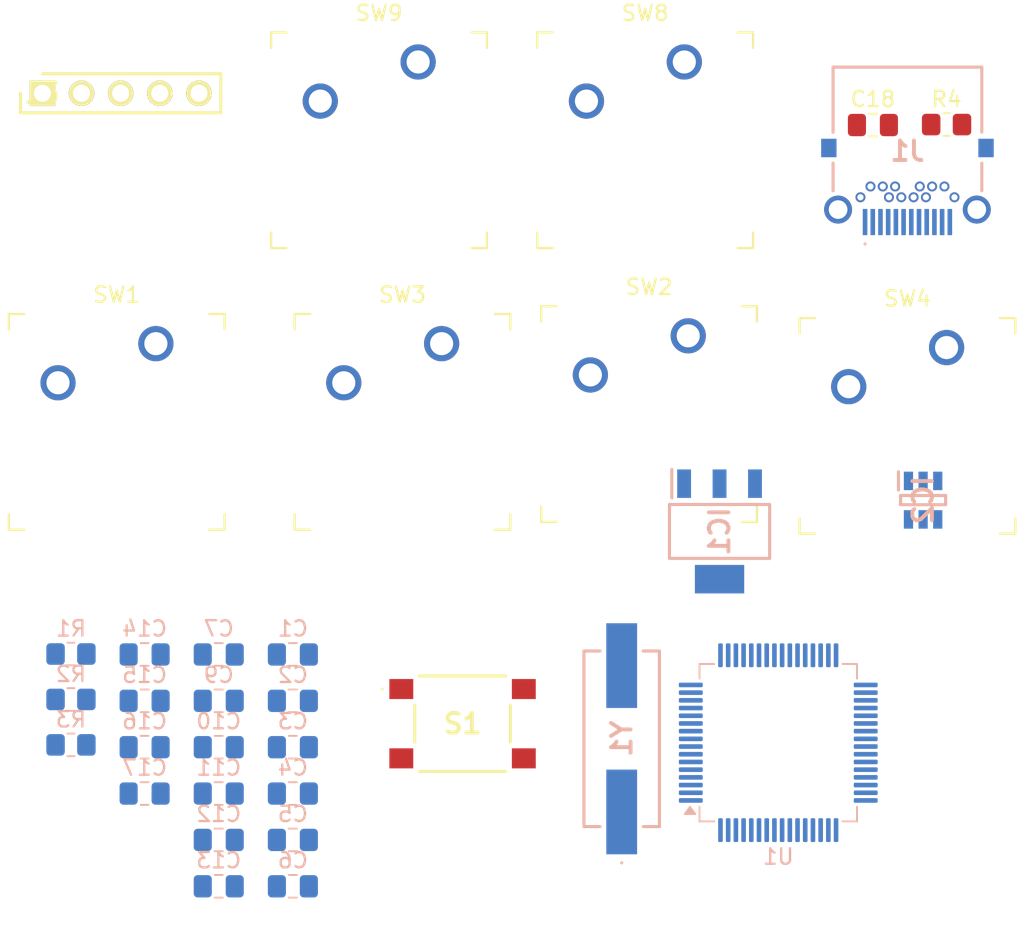
<source format=kicad_pcb>
(kicad_pcb (version 20240108) (generator "pcbnew") (generator_version "8.0")
  (layers (0 "F.Cu" signal) (31 "B.Cu" signal) (34 "B.Paste" user) (35 "F.Paste" user) (36 "B.SilkS" user "B.Silkscreen") (37 "F.SilkS" user "F.Silkscreen") (38 "B.Mask" user) (39 "F.Mask" user) (44 "Edge.Cuts" user))
  (net 0 "")
  (net 1 "GND")
  (net 2 "VBAT")
  (net 3 "VCAP1")
  (net 4 "VCAP2")
  (net 5 "+5V")
  (net 6 "nRST")
  (net 7 "PH0{slash}OSC IN")
  (net 8 "Net-(C17-Pad1)")
  (net 9 "Net-(C18-Pad1)")
  (net 10 "Net-(U1-BOOT0)")
  (net 11 "PH1{slash}OSC OUT")
  (net 12 "USB+")
  (net 13 "PA13{slash}SWDIO")
  (net 14 "USB-")
  (net 15 "PA14{slash}SWCLK")
  (net 61 "D+")
  (net 62 "D-")
  (net 64 "PA1{slash}Esc")
  (net 65 "PA1{slash}Enter")
  (net 66 "PA1{slash}Space")
  (net 67 "PA1{slash}Caps Lock")
  (net 68 "PA1{slash}Dot")
  (net 69 "PA1{slash}Dash")
  (footprint "CustomFootprints:SW_MX" (layer "F.Cu") (at 118.872 82.296)
    (property "Reference" "SW4" (at 0 -8.255 0) (layer "F.SilkS"))
    (property "Value" "SW_Push")
    (fp_line (start -7 -6) (end -7 -7) (stroke (width 0.15)) (layer "F.SilkS"))
    (fp_line (start -7 7) (end -7 6) (stroke (width 0.15)) (layer "F.SilkS"))
    (fp_line (start -7 7) (end -6 7) (stroke (width 0.15)) (layer "F.SilkS"))
    (fp_line (start -6 -7) (end -7 -7) (stroke (width 0.15)) (layer "F.SilkS"))
    (fp_line (start 6 7) (end 7 7) (stroke (width 0.15)) (layer "F.SilkS"))
    (fp_line (start 7 -7) (end 6 -7) (stroke (width 0.15)) (layer "F.SilkS"))
    (fp_line (start 7 -7) (end 7 -6) (stroke (width 0.15)) (layer "F.SilkS"))
    (fp_line (start 7 6) (end 7 7) (stroke (width 0.15)) (layer "F.SilkS"))
    (pad "" np_thru_hole circle (at -5.08 0) (size 1.7018 1.7018) (drill 1.7018) (layers "*.Cu" "*.Mask"))
    (pad "" np_thru_hole circle (at 0 0) (size 3.9878 3.9878) (drill 3.9878) (layers "*.Cu" "*.Mask"))
    (pad "" np_thru_hole circle (at 5.08 0) (size 1.7018 1.7018) (drill 1.7018) (layers "*.Cu" "*.Mask"))
    (pad "1" thru_hole circle (at 2.54 -5.08) (size 2.286 2.286) (drill 1.4986) (layers "*.Cu" "*.Mask") (net 2 "VBAT"))
    (pad "2" thru_hole circle (at -3.81 -2.54) (size 2.286 2.286) (drill 1.4986) (layers "*.Cu" "*.Mask") (net 67 "PA1{slash}Caps Lock"))
  )
  (footprint "CustomFootprints:SW_MX" (layer "F.Cu") (at 101.854 63.754)
    (property "Reference" "SW8" (at 0 -8.255 0) (layer "F.SilkS"))
    (property "Value" "SW_Push")
    (fp_line (start -7 -6) (end -7 -7) (stroke (width 0.15)) (layer "F.SilkS"))
    (fp_line (start -7 7) (end -7 6) (stroke (width 0.15)) (layer "F.SilkS"))
    (fp_line (start -7 7) (end -6 7) (stroke (width 0.15)) (layer "F.SilkS"))
    (fp_line (start -6 -7) (end -7 -7) (stroke (width 0.15)) (layer "F.SilkS"))
    (fp_line (start 6 7) (end 7 7) (stroke (width 0.15)) (layer "F.SilkS"))
    (fp_line (start 7 -7) (end 6 -7) (stroke (width 0.15)) (layer "F.SilkS"))
    (fp_line (start 7 -7) (end 7 -6) (stroke (width 0.15)) (layer "F.SilkS"))
    (fp_line (start 7 6) (end 7 7) (stroke (width 0.15)) (layer "F.SilkS"))
    (pad "" np_thru_hole circle (at -5.08 0) (size 1.7018 1.7018) (drill 1.7018) (layers "*.Cu" "*.Mask"))
    (pad "" np_thru_hole circle (at 0 0) (size 3.9878 3.9878) (drill 3.9878) (layers "*.Cu" "*.Mask"))
    (pad "" np_thru_hole circle (at 5.08 0) (size 1.7018 1.7018) (drill 1.7018) (layers "*.Cu" "*.Mask"))
    (pad "1" thru_hole circle (at 2.54 -5.08) (size 2.286 2.286) (drill 1.4986) (layers "*.Cu" "*.Mask") (net 2 "VBAT"))
    (pad "2" thru_hole circle (at -3.81 -2.54) (size 2.286 2.286) (drill 1.4986) (layers "*.Cu" "*.Mask") (net 68 "PA1{slash}Dot"))
  )
  (footprint "Resistor_SMD:R_0805_2012Metric_Pad1.20x1.40mm_HandSolder" (layer "F.Cu") (at 121.412 62.738)
    (property "Reference" "R4" (at 0 -1.65 0) (layer "F.SilkS"))
    (property "Value" "1M")
    (fp_line (start -0.227064 -0.735) (end 0.227064 -0.735) (stroke (width 0.12)) (layer "F.SilkS"))
    (fp_line (start -0.227064 0.735) (end 0.227064 0.735) (stroke (width 0.12)) (layer "F.SilkS"))
    (pad "1" smd roundrect (at -1 0) (size 1.2 1.4) (layers "F.Cu" "F.Paste" "F.Mask") (roundrect_rratio 0.208333) (net 9 "Net-(C18-Pad1)"))
    (pad "2" smd roundrect (at 1 0) (size 1.2 1.4) (layers "F.Cu" "F.Paste" "F.Mask") (roundrect_rratio 0.208333) (net 1 "GND"))
  )
  (footprint "CustomFootprints:HDRV5W64P0X254_1X5_1270X254X854P" (layer "F.Cu") (at 62.738 60.706)
    (property "Reference" "J3" (at 0 0 0) (layer "F.SilkS") (effects (font (size 1.27 1.27) (thickness 0.254))))
    (property "Value" "61300511121" (hide yes))
    (fp_line (start -1.42 0) (end -1.42 1.27) (stroke (width 0.2)) (layer "F.SilkS"))
    (fp_line (start -1.42 1.27) (end 11.58 1.27) (stroke (width 0.2)) (layer "F.SilkS"))
    (fp_line (start 11.58 -1.27) (end 0 -1.27) (stroke (width 0.2)) (layer "F.SilkS"))
    (fp_line (start 11.58 1.27) (end 11.58 -1.27) (stroke (width 0.2)) (layer "F.SilkS"))
    (pad "1" thru_hole rect (at 0 0 90) (size 1.65 1.65) (drill 1.1) (layers "*.Cu" "*.Mask" "F.SilkS") (net 1 "GND"))
    (pad "2" thru_hole circle (at 2.54 0 90) (size 1.65 1.65) (drill 1.1) (layers "*.Cu" "*.Mask" "F.SilkS") (net 15 "PA14{slash}SWCLK"))
    (pad "3" thru_hole circle (at 5.08 0 90) (size 1.65 1.65) (drill 1.1) (layers "*.Cu" "*.Mask" "F.SilkS") (net 1 "GND"))
    (pad "4" thru_hole circle (at 7.62 0 90) (size 1.65 1.65) (drill 1.1) (layers "*.Cu" "*.Mask" "F.SilkS") (net 13 "PA13{slash}SWDIO"))
    (pad "5" thru_hole circle (at 10.16 0 90) (size 1.65 1.65) (drill 1.1) (layers "*.Cu" "*.Mask" "F.SilkS") (net 1 "GND"))
  )
  (footprint "CustomFootprints:222AMVBAR" (layer "F.Cu") (at 90.005 101.636)
    (property "Reference" "S1" (at 0 0 0) (layer "F.SilkS") (effects (font (size 1.27 1.27) (thickness 0.254))))
    (property "Value" "222AMVBAR" (hide yes))
    (fp_line (start -5.2 -2.3) (end -5.2 -2.3) (stroke (width 0.1)) (layer "F.SilkS"))
    (fp_line (start -5.2 -2.2) (end -5.2 -2.2) (stroke (width 0.1)) (layer "F.SilkS"))
    (fp_line (start -3.1 1.2) (end -3.1 -1.2) (stroke (width 0.2)) (layer "F.SilkS"))
    (fp_line (start -2.8 -3.1) (end 2.8 -3.1) (stroke (width 0.2)) (layer "F.SilkS"))
    (fp_line (start -2.8 3.1) (end 2.8 3.1) (stroke (width 0.2)) (layer "F.SilkS"))
    (fp_line (start 3.1 1.2) (end 3.1 -1.2) (stroke (width 0.2)) (layer "F.SilkS"))
    (fp_arc (start -5.2 -2.3) (mid -5.15 -2.25) (end -5.2 -2.2) (stroke (width 0.1)) (layer "F.SilkS"))
    (fp_arc (start -5.2 -2.2) (mid -5.25 -2.25) (end -5.2 -2.3) (stroke (width 0.1)) (layer "F.SilkS"))
    (pad "1" smd rect (at -3.975 -2.25 90) (size 1.3 1.55) (layers "F.Cu" "F.Paste" "F.Mask") (net 6 "nRST"))
    (pad "2" smd rect (at -3.975 2.25 90) (size 1.3 1.55) (layers "F.Cu" "F.Paste" "F.Mask") (net 1 "GND"))
    (pad "3" smd rect (at 3.975 -2.25 90) (size 1.3 1.55) (layers "F.Cu" "F.Paste" "F.Mask"))
    (pad "4" smd rect (at 3.975 2.25 90) (size 1.3 1.55) (layers "F.Cu" "F.Paste" "F.Mask") (net 1 "GND"))
  )
  (footprint "CustomFootprints:SW_MX" (layer "F.Cu") (at 67.564 82.042)
    (property "Reference" "SW1" (at 0 -8.255 0) (layer "F.SilkS"))
    (property "Value" "SW_Push")
    (fp_line (start -7 -6) (end -7 -7) (stroke (width 0.15)) (layer "F.SilkS"))
    (fp_line (start -7 7) (end -7 6) (stroke (width 0.15)) (layer "F.SilkS"))
    (fp_line (start -7 7) (end -6 7) (stroke (width 0.15)) (layer "F.SilkS"))
    (fp_line (start -6 -7) (end -7 -7) (stroke (width 0.15)) (layer "F.SilkS"))
    (fp_line (start 6 7) (end 7 7) (stroke (width 0.15)) (layer "F.SilkS"))
    (fp_line (start 7 -7) (end 6 -7) (stroke (width 0.15)) (layer "F.SilkS"))
    (fp_line (start 7 -7) (end 7 -6) (stroke (width 0.15)) (layer "F.SilkS"))
    (fp_line (start 7 6) (end 7 7) (stroke (width 0.15)) (layer "F.SilkS"))
    (pad "" np_thru_hole circle (at -5.08 0) (size 1.7018 1.7018) (drill 1.7018) (layers "*.Cu" "*.Mask"))
    (pad "" np_thru_hole circle (at 0 0) (size 3.9878 3.9878) (drill 3.9878) (layers "*.Cu" "*.Mask"))
    (pad "" np_thru_hole circle (at 5.08 0) (size 1.7018 1.7018) (drill 1.7018) (layers "*.Cu" "*.Mask"))
    (pad "1" thru_hole circle (at 2.54 -5.08) (size 2.286 2.286) (drill 1.4986) (layers "*.Cu" "*.Mask") (net 2 "VBAT"))
    (pad "2" thru_hole circle (at -3.81 -2.54) (size 2.286 2.286) (drill 1.4986) (layers "*.Cu" "*.Mask") (net 64 "PA1{slash}Esc"))
  )
  (footprint "CustomFootprints:SW_MX" (layer "F.Cu") (at 84.582 63.754)
    (property "Reference" "SW9" (at 0 -8.255 0) (layer "F.SilkS"))
    (property "Value" "SW_Push")
    (fp_line (start -7 -6) (end -7 -7) (stroke (width 0.15)) (layer "F.SilkS"))
    (fp_line (start -7 7) (end -7 6) (stroke (width 0.15)) (layer "F.SilkS"))
    (fp_line (start -7 7) (end -6 7) (stroke (width 0.15)) (layer "F.SilkS"))
    (fp_line (start -6 -7) (end -7 -7) (stroke (width 0.15)) (layer "F.SilkS"))
    (fp_line (start 6 7) (end 7 7) (stroke (width 0.15)) (layer "F.SilkS"))
    (fp_line (start 7 -7) (end 6 -7) (stroke (width 0.15)) (layer "F.SilkS"))
    (fp_line (start 7 -7) (end 7 -6) (stroke (width 0.15)) (layer "F.SilkS"))
    (fp_line (start 7 6) (end 7 7) (stroke (width 0.15)) (layer "F.SilkS"))
    (pad "" np_thru_hole circle (at -5.08 0) (size 1.7018 1.7018) (drill 1.7018) (layers "*.Cu" "*.Mask"))
    (pad "" np_thru_hole circle (at 0 0) (size 3.9878 3.9878) (drill 3.9878) (layers "*.Cu" "*.Mask"))
    (pad "" np_thru_hole circle (at 5.08 0) (size 1.7018 1.7018) (drill 1.7018) (layers "*.Cu" "*.Mask"))
    (pad "1" thru_hole circle (at 2.54 -5.08) (size 2.286 2.286) (drill 1.4986) (layers "*.Cu" "*.Mask") (net 2 "VBAT"))
    (pad "2" thru_hole circle (at -3.81 -2.54) (size 2.286 2.286) (drill 1.4986) (layers "*.Cu" "*.Mask") (net 69 "PA1{slash}Dash"))
  )
  (footprint "CustomFootprints:SW_MX" (layer "F.Cu") (at 102.108 81.534)
    (property "Reference" "SW2" (at 0 -8.255 0) (layer "F.SilkS"))
    (property "Value" "SW_Push")
    (fp_line (start -7 -6) (end -7 -7) (stroke (width 0.15)) (layer "F.SilkS"))
    (fp_line (start -7 7) (end -7 6) (stroke (width 0.15)) (layer "F.SilkS"))
    (fp_line (start -7 7) (end -6 7) (stroke (width 0.15)) (layer "F.SilkS"))
    (fp_line (start -6 -7) (end -7 -7) (stroke (width 0.15)) (layer "F.SilkS"))
    (fp_line (start 6 7) (end 7 7) (stroke (width 0.15)) (layer "F.SilkS"))
    (fp_line (start 7 -7) (end 6 -7) (stroke (width 0.15)) (layer "F.SilkS"))
    (fp_line (start 7 -7) (end 7 -6) (stroke (width 0.15)) (layer "F.SilkS"))
    (fp_line (start 7 6) (end 7 7) (stroke (width 0.15)) (layer "F.SilkS"))
    (pad "" np_thru_hole circle (at -5.08 0) (size 1.7018 1.7018) (drill 1.7018) (layers "*.Cu" "*.Mask"))
    (pad "" np_thru_hole circle (at 0 0) (size 3.9878 3.9878) (drill 3.9878) (layers "*.Cu" "*.Mask"))
    (pad "" np_thru_hole circle (at 5.08 0) (size 1.7018 1.7018) (drill 1.7018) (layers "*.Cu" "*.Mask"))
    (pad "1" thru_hole circle (at 2.54 -5.08) (size 2.286 2.286) (drill 1.4986) (layers "*.Cu" "*.Mask") (net 2 "VBAT"))
    (pad "2" thru_hole circle (at -3.81 -2.54) (size 2.286 2.286) (drill 1.4986) (layers "*.Cu" "*.Mask") (net 65 "PA1{slash}Enter"))
  )
  (footprint "Capacitor_SMD:C_0805_2012Metric_Pad1.18x1.45mm_HandSolder" (layer "F.Cu") (at 116.632 62.768)
    (property "Reference" "C18" (at 0 -1.68 0) (layer "F.SilkS"))
    (property "Value" "2.2n")
    (fp_line (start -0.261252 -0.735) (end 0.261252 -0.735) (stroke (width 0.12)) (layer "F.SilkS"))
    (fp_line (start -0.261252 0.735) (end 0.261252 0.735) (stroke (width 0.12)) (layer "F.SilkS"))
    (pad "1" smd roundrect (at -1.0375 0) (size 1.175 1.45) (layers "F.Cu" "F.Paste" "F.Mask") (roundrect_rratio 0.212766) (net 9 "Net-(C18-Pad1)"))
    (pad "2" smd roundrect (at 1.0375 0) (size 1.175 1.45) (layers "F.Cu" "F.Paste" "F.Mask") (roundrect_rratio 0.212766) (net 1 "GND"))
  )
  (footprint "CustomFootprints:SW_MX" (layer "F.Cu") (at 86.106 82.042)
    (property "Reference" "SW3" (at 0 -8.255 0) (layer "F.SilkS"))
    (property "Value" "SW_Push")
    (fp_line (start -7 -6) (end -7 -7) (stroke (width 0.15)) (layer "F.SilkS"))
    (fp_line (start -7 7) (end -7 6) (stroke (width 0.15)) (layer "F.SilkS"))
    (fp_line (start -7 7) (end -6 7) (stroke (width 0.15)) (layer "F.SilkS"))
    (fp_line (start -6 -7) (end -7 -7) (stroke (width 0.15)) (layer "F.SilkS"))
    (fp_line (start 6 7) (end 7 7) (stroke (width 0.15)) (layer "F.SilkS"))
    (fp_line (start 7 -7) (end 6 -7) (stroke (width 0.15)) (layer "F.SilkS"))
    (fp_line (start 7 -7) (end 7 -6) (stroke (width 0.15)) (layer "F.SilkS"))
    (fp_line (start 7 6) (end 7 7) (stroke (width 0.15)) (layer "F.SilkS"))
    (pad "" np_thru_hole circle (at -5.08 0) (size 1.7018 1.7018) (drill 1.7018) (layers "*.Cu" "*.Mask"))
    (pad "" np_thru_hole circle (at 0 0) (size 3.9878 3.9878) (drill 3.9878) (layers "*.Cu" "*.Mask"))
    (pad "" np_thru_hole circle (at 5.08 0) (size 1.7018 1.7018) (drill 1.7018) (layers "*.Cu" "*.Mask"))
    (pad "1" thru_hole circle (at 2.54 -5.08) (size 2.286 2.286) (drill 1.4986) (layers "*.Cu" "*.Mask") (net 2 "VBAT"))
    (pad "2" thru_hole circle (at -3.81 -2.54) (size 2.286 2.286) (drill 1.4986) (layers "*.Cu" "*.Mask") (net 66 "PA1{slash}Space"))
  )
  (footprint "Capacitor_SMD:C_0805_2012Metric_Pad1.18x1.45mm_HandSolder" (layer "B.Cu") (at 78.994 106.172 180)
    (property "Reference" "C4" (at 0 1.68 0) (layer "B.SilkS") (effects (justify mirror)))
    (property "Value" "100n")
    (fp_line (start 0.261252 0.735) (end -0.261252 0.735) (stroke (width 0.12)) (layer "B.SilkS"))
    (fp_line (start 0.261252 -0.735) (end -0.261252 -0.735) (stroke (width 0.12)) (layer "B.SilkS"))
    (pad "1" smd roundrect (at -1.0375 0 180) (size 1.175 1.45) (layers "B.Cu" "B.Paste" "B.Mask") (roundrect_rratio 0.212766) (net 2 "VBAT"))
    (pad "2" smd roundrect (at 1.0375 0 180) (size 1.175 1.45) (layers "B.Cu" "B.Paste" "B.Mask") (roundrect_rratio 0.212766) (net 1 "GND"))
  )
  (footprint "Capacitor_SMD:C_0805_2012Metric_Pad1.18x1.45mm_HandSolder" (layer "B.Cu") (at 78.994 97.142 180)
    (property "Reference" "C1" (at 0 1.68 0) (layer "B.SilkS") (effects (justify mirror)))
    (property "Value" "4.7u")
    (fp_line (start 0.261252 0.735) (end -0.261252 0.735) (stroke (width 0.12)) (layer "B.SilkS"))
    (fp_line (start 0.261252 -0.735) (end -0.261252 -0.735) (stroke (width 0.12)) (layer "B.SilkS"))
    (pad "1" smd roundrect (at -1.0375 0 180) (size 1.175 1.45) (layers "B.Cu" "B.Paste" "B.Mask") (roundrect_rratio 0.212766) (net 2 "VBAT"))
    (pad "2" smd roundrect (at 1.0375 0 180) (size 1.175 1.45) (layers "B.Cu" "B.Paste" "B.Mask") (roundrect_rratio 0.212766) (net 1 "GND"))
  )
  (footprint "CustomFootprints:SOT95P280X145-6N" (layer "B.Cu") (at 119.888 87.122 -90)
    (property "Reference" "IC2" (at 0 0 90) (layer "B.SilkS") (effects (font (size 1.27 1.27) (thickness 0.254)) (justify mirror)))
    (property "Value" "USBLC6-2SC6" (hide yes))
    (fp_line (start -0.65 1.6) (end -1.85 1.6) (stroke (width 0.2)) (layer "B.SilkS"))
    (fp_line (start -0.3 1.462) (end -0.3 -1.462) (stroke (width 0.2)) (layer "B.SilkS"))
    (fp_line (start 0.3 1.462) (end -0.3 1.462) (stroke (width 0.2)) (layer "B.SilkS"))
    (fp_line (start -0.3 -1.462) (end 0.3 -1.462) (stroke (width 0.2)) (layer "B.SilkS"))
    (fp_line (start 0.3 -1.462) (end 0.3 1.462) (stroke (width 0.2)) (layer "B.SilkS"))
    (pad "1" smd rect (at -1.25 0.95 180) (size 0.6 1.2) (layers "B.Cu" "B.Paste" "B.Mask") (net 62 "D-"))
    (pad "2" smd rect (at -1.249999 0 180) (size 0.6 1.2) (layers "B.Cu" "B.Paste" "B.Mask") (net 1 "GND"))
    (pad "3" smd rect (at -1.25 -0.95 180) (size 0.6 1.2) (layers "B.Cu" "B.Paste" "B.Mask") (net 61 "D+"))
    (pad "4" smd rect (at 1.25 -0.95 180) (size 0.6 1.2) (layers "B.Cu" "B.Paste" "B.Mask") (net 12 "USB+"))
    (pad "5" smd rect (at 1.249999 0 180) (size 0.6 1.2) (layers "B.Cu" "B.Paste" "B.Mask") (net 5 "+5V"))
    (pad "6" smd rect (at 1.25 0.95 180) (size 0.6 1.2) (layers "B.Cu" "B.Paste" "B.Mask") (net 14 "USB-"))
  )
  (footprint "Capacitor_SMD:C_0805_2012Metric_Pad1.18x1.45mm_HandSolder" (layer "B.Cu") (at 69.374 100.152 180)
    (property "Reference" "C15" (at 0 1.68 0) (layer "B.SilkS") (effects (justify mirror)))
    (property "Value" "0.1u")
    (fp_line (start 0.261252 0.735) (end -0.261252 0.735) (stroke (width 0.12)) (layer "B.SilkS"))
    (fp_line (start 0.261252 -0.735) (end -0.261252 -0.735) (stroke (width 0.12)) (layer "B.SilkS"))
    (pad "1" smd roundrect (at -1.0375 0 180) (size 1.175 1.45) (layers "B.Cu" "B.Paste" "B.Mask") (roundrect_rratio 0.212766) (net 6 "nRST"))
    (pad "2" smd roundrect (at 1.0375 0 180) (size 1.175 1.45) (layers "B.Cu" "B.Paste" "B.Mask") (roundrect_rratio 0.212766) (net 1 "GND"))
  )
  (footprint "Capacitor_SMD:C_0805_2012Metric_Pad1.18x1.45mm_HandSolder" (layer "B.Cu") (at 78.994 112.192 180)
    (property "Reference" "C6" (at 0 1.68 0) (layer "B.SilkS") (effects (justify mirror)))
    (property "Value" "100n")
    (fp_line (start 0.261252 0.735) (end -0.261252 0.735) (stroke (width 0.12)) (layer "B.SilkS"))
    (fp_line (start 0.261252 -0.735) (end -0.261252 -0.735) (stroke (width 0.12)) (layer "B.SilkS"))
    (pad "1" smd roundrect (at -1.0375 0 180) (size 1.175 1.45) (layers "B.Cu" "B.Paste" "B.Mask") (roundrect_rratio 0.212766) (net 2 "VBAT"))
    (pad "2" smd roundrect (at 1.0375 0 180) (size 1.175 1.45) (layers "B.Cu" "B.Paste" "B.Mask") (roundrect_rratio 0.212766) (net 1 "GND"))
  )
  (footprint "Capacitor_SMD:C_0805_2012Metric_Pad1.18x1.45mm_HandSolder" (layer "B.Cu") (at 74.184 100.152 180)
    (property "Reference" "C9" (at 0 1.68 0) (layer "B.SilkS") (effects (justify mirror)))
    (property "Value" "1u")
    (fp_line (start 0.261252 0.735) (end -0.261252 0.735) (stroke (width 0.12)) (layer "B.SilkS"))
    (fp_line (start 0.261252 -0.735) (end -0.261252 -0.735) (stroke (width 0.12)) (layer "B.SilkS"))
    (pad "1" smd roundrect (at -1.0375 0 180) (size 1.175 1.45) (layers "B.Cu" "B.Paste" "B.Mask") (roundrect_rratio 0.212766) (net 2 "VBAT"))
    (pad "2" smd roundrect (at 1.0375 0 180) (size 1.175 1.45) (layers "B.Cu" "B.Paste" "B.Mask") (roundrect_rratio 0.212766) (net 1 "GND"))
  )
  (footprint "Resistor_SMD:R_0805_2012Metric_Pad1.20x1.40mm_HandSolder" (layer "B.Cu") (at 64.594 103.012 180)
    (property "Reference" "R3" (at 0 1.65 0) (layer "B.SilkS") (effects (justify mirror)))
    (property "Value" "330")
    (fp_line (start 0.227064 0.735) (end -0.227064 0.735) (stroke (width 0.12)) (layer "B.SilkS"))
    (fp_line (start 0.227064 -0.735) (end -0.227064 -0.735) (stroke (width 0.12)) (layer "B.SilkS"))
    (pad "1" smd roundrect (at -1 0 180) (size 1.2 1.4) (layers "B.Cu" "B.Paste" "B.Mask") (roundrect_rratio 0.208333) (net 8 "Net-(C17-Pad1)"))
    (pad "2" smd roundrect (at 1 0 180) (size 1.2 1.4) (layers "B.Cu" "B.Paste" "B.Mask") (roundrect_rratio 0.208333) (net 11 "PH1{slash}OSC OUT"))
  )
  (footprint "Capacitor_SMD:C_0805_2012Metric_Pad1.18x1.45mm_HandSolder" (layer "B.Cu") (at 74.184 112.192 180)
    (property "Reference" "C13" (at 0 1.68 0) (layer "B.SilkS") (effects (justify mirror)))
    (property "Value" "22u")
    (fp_line (start 0.261252 0.735) (end -0.261252 0.735) (stroke (width 0.12)) (layer "B.SilkS"))
    (fp_line (start 0.261252 -0.735) (end -0.261252 -0.735) (stroke (width 0.12)) (layer "B.SilkS"))
    (pad "1" smd roundrect (at -1.0375 0 180) (size 1.175 1.45) (layers "B.Cu" "B.Paste" "B.Mask") (roundrect_rratio 0.212766) (net 2 "VBAT"))
    (pad "2" smd roundrect (at 1.0375 0 180) (size 1.175 1.45) (layers "B.Cu" "B.Paste" "B.Mask") (roundrect_rratio 0.212766) (net 1 "GND"))
  )
  (footprint "Capacitor_SMD:C_0805_2012Metric_Pad1.18x1.45mm_HandSolder" (layer "B.Cu") (at 74.184 109.182 180)
    (property "Reference" "C12" (at 0 1.68 0) (layer "B.SilkS") (effects (justify mirror)))
    (property "Value" "100n")
    (fp_line (start 0.261252 0.735) (end -0.261252 0.735) (stroke (width 0.12)) (layer "B.SilkS"))
    (fp_line (start 0.261252 -0.735) (end -0.261252 -0.735) (stroke (width 0.12)) (layer "B.SilkS"))
    (pad "1" smd roundrect (at -1.0375 0 180) (size 1.175 1.45) (layers "B.Cu" "B.Paste" "B.Mask") (roundrect_rratio 0.212766) (net 2 "VBAT"))
    (pad "2" smd roundrect (at 1.0375 0 180) (size 1.175 1.45) (layers "B.Cu" "B.Paste" "B.Mask") (roundrect_rratio 0.212766) (net 1 "GND"))
  )
  (footprint "CustomFootprints:LFXTAL010595" (layer "B.Cu") (at 100.33 102.616 90)
    (property "Reference" "Y1" (at 0 0 90) (layer "B.SilkS") (effects (font (size 1.27 1.27) (thickness 0.254)) (justify mirror)))
    (property "Value" "LFXTAL010595" (hide yes))
    (fp_line (start 5.7 -2.45) (end -5.7 -2.45) (stroke (width 0.2)) (layer "B.SilkS"))
    (fp_line (start -5.7 -2.45) (end -5.7 -1.4) (stroke (width 0.2)) (layer "B.SilkS"))
    (fp_line (start 5.7 -1.4) (end 5.7 -2.45) (stroke (width 0.2)) (layer "B.SilkS"))
    (fp_line (start -8 0) (end -8 0) (stroke (width 0.1)) (layer "B.SilkS"))
    (fp_line (start -8.1 0) (end -8.1 0) (stroke (width 0.1)) (layer "B.SilkS"))
    (fp_line (start -5.7 1.4) (end -5.7 2.45) (stroke (width 0.2)) (layer "B.SilkS"))
    (fp_line (start 5.7 2.45) (end 5.7 1.4) (stroke (width 0.2)) (layer "B.SilkS"))
    (fp_line (start -5.7 2.45) (end 5.7 2.45) (stroke (width 0.2)) (layer "B.SilkS"))
    (fp_arc (start -8 0) (mid -8.05 0.050001) (end -8.1 0) (stroke (width 0.1)) (layer "B.SilkS"))
    (fp_arc (start -8.1 0) (mid -8.05 -0.049999) (end -8 0) (stroke (width 0.1)) (layer "B.SilkS"))
    (pad "1" smd rect (at -4.75 0) (size 2 5.5) (layers "B.Cu" "B.Paste" "B.Mask") (net 7 "PH0{slash}OSC IN"))
    (pad "2" smd rect (at 4.75 0) (size 2 5.5) (layers "B.Cu" "B.Paste" "B.Mask") (net 8 "Net-(C17-Pad1)"))
  )
  (footprint "Capacitor_SMD:C_0805_2012Metric_Pad1.18x1.45mm_HandSolder" (layer "B.Cu") (at 69.374 97.142 180)
    (property "Reference" "C14" (at 0 1.68 0) (layer "B.SilkS") (effects (justify mirror)))
    (property "Value" "10u")
    (fp_line (start 0.261252 0.735) (end -0.261252 0.735) (stroke (width 0.12)) (layer "B.SilkS"))
    (fp_line (start 0.261252 -0.735) (end -0.261252 -0.735) (stroke (width 0.12)) (layer "B.SilkS"))
    (pad "1" smd roundrect (at -1.0375 0 180) (size 1.175 1.45) (layers "B.Cu" "B.Paste" "B.Mask") (roundrect_rratio 0.212766) (net 5 "+5V"))
    (pad "2" smd roundrect (at 1.0375 0 180) (size 1.175 1.45) (layers "B.Cu" "B.Paste" "B.Mask") (roundrect_rratio 0.212766) (net 1 "GND"))
  )
  (footprint "Capacitor_SMD:C_0805_2012Metric_Pad1.18x1.45mm_HandSolder" (layer "B.Cu") (at 69.374 106.172 180)
    (property "Reference" "C17" (at 0 1.68 0) (layer "B.SilkS") (effects (justify mirror)))
    (property "Value" "10p")
    (fp_line (start 0.261252 0.735) (end -0.261252 0.735) (stroke (width 0.12)) (layer "B.SilkS"))
    (fp_line (start 0.261252 -0.735) (end -0.261252 -0.735) (stroke (width 0.12)) (layer "B.SilkS"))
    (pad "1" smd roundrect (at -1.0375 0 180) (size 1.175 1.45) (layers "B.Cu" "B.Paste" "B.Mask") (roundrect_rratio 0.212766) (net 8 "Net-(C17-Pad1)"))
    (pad "2" smd roundrect (at 1.0375 0 180) (size 1.175 1.45) (layers "B.Cu" "B.Paste" "B.Mask") (roundrect_rratio 0.212766) (net 1 "GND"))
  )
  (footprint "Capacitor_SMD:C_0805_2012Metric_Pad1.18x1.45mm_HandSolder" (layer "B.Cu") (at 78.994 100.152 180)
    (property "Reference" "C2" (at 0 1.68 0) (layer "B.SilkS") (effects (justify mirror)))
    (property "Value" "100n")
    (fp_line (start 0.261252 0.735) (end -0.261252 0.735) (stroke (width 0.12)) (layer "B.SilkS"))
    (fp_line (start 0.261252 -0.735) (end -0.261252 -0.735) (stroke (width 0.12)) (layer "B.SilkS"))
    (pad "1" smd roundrect (at -1.0375 0 180) (size 1.175 1.45) (layers "B.Cu" "B.Paste" "B.Mask") (roundrect_rratio 0.212766) (net 3 "VCAP1"))
    (pad "2" smd roundrect (at 1.0375 0 180) (size 1.175 1.45) (layers "B.Cu" "B.Paste" "B.Mask") (roundrect_rratio 0.212766) (net 1 "GND"))
  )
  (footprint "Capacitor_SMD:C_0805_2012Metric_Pad1.18x1.45mm_HandSolder" (layer "B.Cu") (at 74.184 106.172 180)
    (property "Reference" "C11" (at 0 1.68 0) (layer "B.SilkS") (effects (justify mirror)))
    (property "Value" "100n")
    (fp_line (start 0.261252 0.735) (end -0.261252 0.735) (stroke (width 0.12)) (layer "B.SilkS"))
    (fp_line (start 0.261252 -0.735) (end -0.261252 -0.735) (stroke (width 0.12)) (layer "B.SilkS"))
    (pad "1" smd roundrect (at -1.0375 0 180) (size 1.175 1.45) (layers "B.Cu" "B.Paste" "B.Mask") (roundrect_rratio 0.212766) (net 2 "VBAT"))
    (pad "2" smd roundrect (at 1.0375 0 180) (size 1.175 1.45) (layers "B.Cu" "B.Paste" "B.Mask") (roundrect_rratio 0.212766) (net 1 "GND"))
  )
  (footprint "CustomFootprints:SOT230P700X180-4N" (layer "B.Cu") (at 106.68 89.154 -90)
    (property "Reference" "IC1" (at 0 0 90) (layer "B.SilkS") (effects (font (size 1.27 1.27) (thickness 0.254)) (justify mirror)))
    (property "Value" "AZ1117IH-3.3TRG1" (hide yes))
    (fp_line (start -1.75 3.25) (end -1.75 -3.25) (stroke (width 0.2)) (layer "B.SilkS"))
    (fp_line (start 1.75 3.25) (end -1.75 3.25) (stroke (width 0.2)) (layer "B.SilkS"))
    (fp_line (start -2.175 3.1) (end -4.025 3.1) (stroke (width 0.2)) (layer "B.SilkS"))
    (fp_line (start -1.75 -3.25) (end 1.75 -3.25) (stroke (width 0.2)) (layer "B.SilkS"))
    (fp_line (start 1.75 -3.25) (end 1.75 3.25) (stroke (width 0.2)) (layer "B.SilkS"))
    (pad "1" smd rect (at -3.1 2.300001 180) (size 0.9 1.85) (layers "B.Cu" "B.Paste" "B.Mask") (net 1 "GND"))
    (pad "2" smd rect (at -3.1 0 180) (size 0.9 1.85) (layers "B.Cu" "B.Paste" "B.Mask") (net 2 "VBAT"))
    (pad "3" smd rect (at -3.1 -2.300001 180) (size 0.9 1.85) (layers "B.Cu" "B.Paste" "B.Mask") (net 5 "+5V"))
    (pad "4" smd rect (at 3.1 0 270) (size 1.85 3.2) (layers "B.Cu" "B.Paste" "B.Mask") (net 2 "VBAT"))
  )
  (footprint "Package_QFP:LQFP-64_10x10mm_P0.5mm" (layer "B.Cu") (at 110.49 102.87)
    (property "Reference" "U1" (at 0 7.4 360) (layer "B.SilkS") (effects (justify mirror)))
    (property "Value" "STM32H7A3RGTx")
    (fp_line (start -5.11 -5.11) (end -4.16 -5.11) (stroke (width 0.12)) (layer "B.SilkS"))
    (fp_line (start -5.11 -4.16) (end -5.11 -5.11) (stroke (width 0.12)) (layer "B.SilkS"))
    (fp_line (start -5.11 4.16) (end -5.11 5.11) (stroke (width 0.12)) (layer "B.SilkS"))
    (fp_line (start -5.11 5.11) (end -4.16 5.11) (stroke (width 0.12)) (layer "B.SilkS"))
    (fp_line (start 5.11 -5.11) (end 4.16 -5.11) (stroke (width 0.12)) (layer "B.SilkS"))
    (fp_line (start 5.11 -4.16) (end 5.11 -5.11) (stroke (width 0.12)) (layer "B.SilkS"))
    (fp_line (start 5.11 4.16) (end 5.11 5.11) (stroke (width 0.12)) (layer "B.SilkS"))
    (fp_line (start 5.11 5.11) (end 4.16 5.11) (stroke (width 0.12)) (layer "B.SilkS"))
    (fp_poly (pts (xy -5.725 4.16) (xy -6.065 4.63) (xy -5.385 4.629999) (xy -5.725 4.16)) (stroke (width 0.12)) (fill solid) (layer "B.SilkS"))
    (pad "1" smd roundrect (at -5.675 3.749999) (size 1.55 0.3) (layers "B.Cu" "B.Paste" "B.Mask") (net 2 "VBAT"))
    (pad "2" smd roundrect (at -5.675 3.25) (size 1.55 0.3) (layers "B.Cu" "B.Paste" "B.Mask"))
    (pad "3" smd roundrect (at -5.675 2.75) (size 1.55 0.3) (layers "B.Cu" "B.Paste" "B.Mask"))
    (pad "4" smd roundrect (at -5.675 2.25) (size 1.55 0.3) (layers "B.Cu" "B.Paste" "B.Mask"))
    (pad "5" smd roundrect (at -5.675 1.75) (size 1.55 0.3) (layers "B.Cu" "B.Paste" "B.Mask") (net 7 "PH0{slash}OSC IN"))
    (pad "6" smd roundrect (at -5.675 1.249999) (size 1.55 0.3) (layers "B.Cu" "B.Paste" "B.Mask") (net 11 "PH1{slash}OSC OUT"))
    (pad "7" smd roundrect (at -5.675 0.75) (size 1.55 0.3) (layers "B.Cu" "B.Paste" "B.Mask") (net 6 "nRST"))
    (pad "8" smd roundrect (at -5.675 0.25) (size 1.55 0.3) (layers "B.Cu" "B.Paste" "B.Mask"))
    (pad "9" smd roundrect (at -5.675 -0.25) (size 1.55 0.3) (layers "B.Cu" "B.Paste" "B.Mask"))
    (pad "10" smd roundrect (at -5.675 -0.75) (size 1.55 0.3) (layers "B.Cu" "B.Paste" "B.Mask"))
    (pad "11" smd roundrect (at -5.675 -1.249999) (size 1.55 0.3) (layers "B.Cu" "B.Paste" "B.Mask"))
    (pad "12" smd roundrect (at -5.675 -1.75) (size 1.55 0.3) (layers "B.Cu" "B.Paste" "B.Mask") (net 1 "GND"))
    (pad "13" smd roundrect (at -5.675 -2.25) (size 1.55 0.3) (layers "B.Cu" "B.Paste" "B.Mask") (net 2 "VBAT"))
    (pad "14" smd roundrect (at -5.675 -2.75) (size 1.55 0.3) (layers "B.Cu" "B.Paste" "B.Mask"))
    (pad "15" smd roundrect (at -5.675 -3.25) (size 1.55 0.3) (layers "B.Cu" "B.Paste" "B.Mask"))
    (pad "16" smd roundrect (at -5.675 -3.749999) (size 1.55 0.3) (layers "B.Cu" "B.Paste" "B.Mask"))
    (pad "17" smd roundrect (at -3.749999 -5.675) (size 0.3 1.55) (layers "B.Cu" "B.Paste" "B.Mask"))
    (pad "18" smd roundrect (at -3.25 -5.675) (size 0.3 1.55) (layers "B.Cu" "B.Paste" "B.Mask") (net 1 "GND"))
    (pad "19" smd roundrect (at -2.75 -5.675) (size 0.3 1.55) (layers "B.Cu" "B.Paste" "B.Mask") (net 2 "VBAT"))
    (pad "20" smd roundrect (at -2.25 -5.675) (size 0.3 1.55) (layers "B.Cu" "B.Paste" "B.Mask"))
    (pad "21" smd roundrect (at -1.75 -5.675) (size 0.3 1.55) (layers "B.Cu" "B.Paste" "B.Mask"))
    (pad "22" smd roundrect (at -1.249999 -5.675) (size 0.3 1.55) (layers "B.Cu" "B.Paste" "B.Mask"))
    (pad "23" smd roundrect (at -0.75 -5.675) (size 0.3 1.55) (layers "B.Cu" "B.Paste" "B.Mask"))
    (pad "24" smd roundrect (at -0.25 -5.675) (size 0.3 1.55) (layers "B.Cu" "B.Paste" "B.Mask"))
    (pad "25" smd roundrect (at 0.25 -5.675) (size 0.3 1.55) (layers "B.Cu" "B.Paste" "B.Mask"))
    (pad "26" smd roundrect (at 0.75 -5.675) (size 0.3 1.55) (layers "B.Cu" "B.Paste" "B.Mask"))
    (pad "27" smd roundrect (at 1.249999 -5.675) (size 0.3 1.55) (layers "B.Cu" "B.Paste" "B.Mask"))
    (pad "28" smd roundrect (at 1.75 -5.675) (size 0.3 1.55) (layers "B.Cu" "B.Paste" "B.Mask"))
    (pad "29" smd roundrect (at 2.25 -5.675) (size 0.3 1.55) (layers "B.Cu" "B.Paste" "B.Mask"))
    (pad "30" smd roundrect (at 2.75 -5.675) (size 0.3 1.55) (layers "B.Cu" "B.Paste" "B.Mask"))
    (pad "31" smd roundrect (at 3.25 -5.675) (size 0.3 1.55) (layers "B.Cu" "B.Paste" "B.Mask") (net 1 "GND"))
    (pad "32" smd roundrect (at 3.749999 -5.675) (size 0.3 1.55) (layers "B.Cu" "B.Paste" "B.Mask") (net 2 "VBAT"))
    (pad "33" smd roundrect (at 5.675 -3.749999) (size 1.55 0.3) (layers "B.Cu" "B.Paste" "B.Mask"))
    (pad "34" smd roundrect (at 5.675 -3.25) (size 1.55 0.3) (layers "B.Cu" "B.Paste" "B.Mask"))
    (pad "35" smd roundrect (at 5.675 -2.75) (size 1.55 0.3) (layers "B.Cu" "B.Paste" "B.Mask"))
    (pad "36" smd roundrect (at 5.675 -2.25) (size 1.55 0.3) (layers "B.Cu" "B.Paste" "B.Mask"))
    (pad "37" smd roundrect (at 5.675 -1.75) (size 1.55 0.3) (layers "B.Cu" "B.Paste" "B.Mask"))
    (pad "38" smd roundrect (at 5.675 -1.249999) (size 1.55 0.3) (layers "B.Cu" "B.Paste" "B.Mask"))
    (pad "39" smd roundrect (at 5.675 -0.75) (size 1.55 0.3) (layers "B.Cu" "B.Paste" "B.Mask"))
    (pad "40" smd roundrect (at 5.675 -0.25) (size 1.55 0.3) (layers "B.Cu" "B.Paste" "B.Mask"))
    (pad "41" smd roundrect (at 5.675 0.25) (size 1.55 0.3) (layers "B.Cu" "B.Paste" "B.Mask"))
    (pad "42" smd roundrect (at 5.675 0.75) (size 1.55 0.3) (layers "B.Cu" "B.Paste" "B.Mask"))
    (pad "43" smd roundrect (at 5.675 1.249999) (size 1.55 0.3) (layers "B.Cu" "B.Paste" "B.Mask") (net 14 "USB-"))
    (pad "44" smd roundrect (at 5.675 1.75) (size 1.55 0.3) (layers "B.Cu" "B.Paste" "B.Mask") (net 12 "USB+"))
    (pad "45" smd roundrect (at 5.675 2.25) (size 1.55 0.3) (layers "B.Cu" "B.Paste" "B.Mask") (net 13 "PA13{slash}SWDIO"))
    (pad "46" smd roundrect (at 5.675 2.75) (size 1.55 0.3) (layers "B.Cu" "B.Paste" "B.Mask"))
    (pad "47" smd roundrect (at 5.675 3.25) (size 1.55 0.3) (layers "B.Cu" "B.Paste" "B.Mask") (net 1 "GND"))
    (pad "48" smd roundrect (at 5.675 3.749999) (size 1.55 0.3) (layers "B.Cu" "B.Paste" "B.Mask") (net 2 "VBAT"))
    (pad "49" smd roundrect (at 3.749999 5.675) (size 0.3 1.55) (layers "B.Cu" "B.Paste" "B.Mask") (net 15 "PA14{slash}SWCLK"))
    (pad "50" smd roundrect (at 3.25 5.675) (size 0.3 1.55) (layers "B.Cu" "B.Paste" "B.Mask"))
    (pad "51" smd roundrect (at 2.75 5.675) (size 0.3 1.55) (layers "B.Cu" "B.Paste" "B.Mask"))
    (pad "52" smd roundrect (at 2.25 5.675) (size 0.3 1.55) (layers "B.Cu" "B.Paste" "B.Mask"))
    (pad "53" smd roundrect (at 1.75 5.675) (size 0.3 1.55) (layers "B.Cu" "B.Paste" "B.Mask"))
    (pad "54" smd roundrect (at 1.249999 5.675) (size 0.3 1.55) (layers "B.Cu" "B.Paste" "B.Mask"))
    (pad "55" smd roundrect (at 0.75 5.675) (size 0.3 1.55) (layers "B.Cu" "B.Paste" "B.Mask"))
    (pad "56" smd roundrect (at 0.25 5.675) (size 0.3 1.55) (layers "B.Cu" "B.Paste" "B.Mask"))
    (pad "57" smd roundrect (at -0.25 5.675) (size 0.3 1.55) (layers "B.Cu" "B.Paste" "B.Mask"))
    (pad "58" smd roundrect (at -0.75 5.675) (size 0.3 1.55) (layers "B.Cu" "B.Paste" "B.Mask"))
    (pad "59" smd roundrect (at -1.249999 5.675) (size 0.3 1.55) (layers "B.Cu" "B.Paste" "B.Mask"))
    (pad "60" smd roundrect (at -1.75 5.675) (size 0.3 1.55) (layers "B.Cu" "B.Paste" "B.Mask") (net 10 "Net-(U1-BOOT0)"))
    (pad "61" smd roundrect (at -2.25 5.675) (size 0.3 1.55) (layers "B.Cu" "B.Paste" "B.Mask"))
    (pad "62" smd roundrect (at -2.75 5.675) (size 0.3 1.55) (layers "B.Cu" "B.Paste" "B.Mask"))
    (pad "63" smd roundrect (at -3.25 5.675) (size 0.3 1.55) (layers "B.Cu" "B.Paste" "B.Mask") (net 1 "GND"))
    (pad "64" smd roundrect (at -3.749999 5.675) (size 0.3 1.55) (layers "B.Cu" "B.Paste" "B.Mask") (net 2 "VBAT"))
  )
  (footprint "CustomFootprints:UJ32CHGH2SMTTR" (layer "B.Cu") (at 118.872 64.008)
    (property "Reference" "J1" (at 0 0.455001 0) (layer "B.SilkS") (effects (font (size 1.27 1.27) (thickness 0.254)) (justify mirror)))
    (property "Value" "UJ32-C-H-G-H2-SMT-TR" (hide yes))
    (fp_line (start -4.825 -5) (end -4.825 -0.77) (stroke (width 0.2)) (layer "B.SilkS"))
    (fp_line (start -4.825 1.23) (end -4.825 3.03) (stroke (width 0.2)) (layer "B.SilkS"))
    (fp_line (start -2.75 6.43) (end -2.75 6.43) (stroke (width 0.1)) (layer "B.SilkS"))
    (fp_line (start -2.75 6.53) (end -2.75 6.53) (stroke (width 0.1)) (layer "B.SilkS"))
    (fp_line (start 4.825 -5) (end -4.825 -5) (stroke (width 0.2)) (layer "B.SilkS"))
    (fp_line (start 4.825 -0.77) (end 4.825 -5) (stroke (width 0.2)) (layer "B.SilkS"))
    (fp_line (start 4.825 3.03) (end 4.825 1.23) (stroke (width 0.2)) (layer "B.SilkS"))
    (fp_arc (start -2.75 6.43) (mid -2.7 6.48) (end -2.75 6.53) (stroke (width 0.1)) (layer "B.SilkS"))
    (fp_arc (start -2.75 6.53) (mid -2.8 6.48) (end -2.75 6.43) (stroke (width 0.1)) (layer "B.SilkS"))
    (pad "" np_thru_hole circle (at -3.725 2.75) (size 0.65 0.65) (drill 0.65) (layers "*.Cu" "*.Mask"))
    (pad "" np_thru_hole circle (at 3.725 2.75) (size 1.14 1.14) (drill 1.14) (layers "*.Cu" "*.Mask"))
    (pad "A1" smd rect (at -2.75 5.06) (size 0.3 1.7) (layers "B.Cu" "B.Paste" "B.Mask") (net 1 "GND"))
    (pad "A2" smd rect (at -2.25 5.06) (size 0.3 1.7) (layers "B.Cu" "B.Paste" "B.Mask"))
    (pad "A3" smd rect (at -1.75 5.06) (size 0.3 1.7) (layers "B.Cu" "B.Paste" "B.Mask"))
    (pad "A4" smd rect (at -1.25 5.06) (size 0.3 1.7) (layers "B.Cu" "B.Paste" "B.Mask") (net 5 "+5V"))
    (pad "A5" smd rect (at -0.75 5.06) (size 0.3 1.7) (layers "B.Cu" "B.Paste" "B.Mask"))
    (pad "A6" smd rect (at -0.25 5.06) (size 0.3 1.7) (layers "B.Cu" "B.Paste" "B.Mask") (net 61 "D+"))
    (pad "A7" smd rect (at 0.25 5.06) (size 0.3 1.7) (layers "B.Cu" "B.Paste" "B.Mask") (net 62 "D-"))
    (pad "A8" smd rect (at 0.75 5.06) (size 0.3 1.7) (layers "B.Cu" "B.Paste" "B.Mask"))
    (pad "A9" smd rect (at 1.25 5.06) (size 0.3 1.7) (layers "B.Cu" "B.Paste" "B.Mask") (net 5 "+5V"))
    (pad "A10" smd rect (at 1.75 5.06) (size 0.3 1.7) (layers "B.Cu" "B.Paste" "B.Mask"))
    (pad "A11" smd rect (at 2.25 5.06) (size 0.3 1.7) (layers "B.Cu" "B.Paste" "B.Mask"))
    (pad "A12" smd rect (at 2.75 5.06) (size 0.3 1.7) (layers "B.Cu" "B.Paste" "B.Mask") (net 1 "GND"))
    (pad "B1" thru_hole circle (at 3.05 3.45) (size 0.65 0.65) (drill 0.4) (layers "*.Cu" "*.Mask") (net 1 "GND"))
    (pad "B2" thru_hole circle (at 2.4 2.75) (size 0.65 0.65) (drill 0.4) (layers "*.Cu" "*.Mask"))
    (pad "B3" thru_hole circle (at 1.6 2.75) (size 0.65 0.65) (drill 0.4) (layers "*.Cu" "*.Mask"))
    (pad "B4" thru_hole circle (at 1.200001 3.45) (size 0.65 0.65) (drill 0.4) (layers "*.Cu" "*.Mask") (net 5 "+5V"))
    (pad "B5" thru_hole circle (at 0.8 2.75) (size 0.65 0.65) (drill 0.4) (layers "*.Cu" "*.Mask"))
    (pad "B6" thru_hole circle (at 0.4 3.45) (size 0.65 0.65) (drill 0.4) (layers "*.Cu" "*.Mask") (net 61 "D+"))
    (pad "B7" thru_hole circle (at -0.4 3.45) (size 0.65 0.65) (drill 0.4) (layers "*.Cu" "*.Mask") (net 62 "D-"))
    (pad "B8" thru_hole circle (at -0.8 2.75) (size 0.65 0.65) (drill 0.4) (layers "*.Cu" "*.Mask"))
    (pad "B9" thru_hole circle (at -1.200001 3.45) (size 0.65 0.65) (drill 0.4) (layers "*.Cu" "*.Mask") (net 5 "+5V"))
    (pad "B10" thru_hole circle (at -1.6 2.75) (size 0.65 0.65) (drill 0.4) (layers "*.Cu" "*.Mask"))
    (pad "B11" thru_hole circle (at -2.4 2.75) (size 0.65 0.65) (drill 0.4) (layers "*.Cu" "*.Mask"))
    (pad "B12" thru_hole circle (at -3.05 3.45) (size 0.65 0.65) (drill 0.4) (layers "*.Cu" "*.Mask") (net 1 "GND"))
    (pad "MH1" thru_hole circle (at -4.5 4.25) (size 1.815 1.815) (drill 1.21) (layers "*.Cu" "*.Mask"))
    (pad "MH2" thru_hole circle (at 4.5 4.25) (size 1.815 1.815) (drill 1.21) (layers "*.Cu" "*.Mask") (net 9 "Net-(C18-Pad1)"))
    (pad "MP1" smd rect (at -5.1 0.25) (size 1 1.2) (layers "B.Cu" "B.Paste" "B.Mask"))
    (pad "MP2" smd rect (at 5.1 0.25) (size 1 1.2) (layers "B.Cu" "B.Paste" "B.Mask"))
  )
  (footprint "Resistor_SMD:R_0805_2012Metric_Pad1.20x1.40mm_HandSolder" (layer "B.Cu") (at 64.594 100.062 180)
    (property "Reference" "R2" (at 0 1.65 0) (layer "B.SilkS") (effects (justify mirror)))
    (property "Value" "1K")
    (fp_line (start 0.227064 0.735) (end -0.227064 0.735) (stroke (width 0.12)) (layer "B.SilkS"))
    (fp_line (start 0.227064 -0.735) (end -0.227064 -0.735) (stroke (width 0.12)) (layer "B.SilkS"))
    (pad "1" smd roundrect (at -1 0 180) (size 1.2 1.4) (layers "B.Cu" "B.Paste" "B.Mask") (roundrect_rratio 0.208333) (net 2 "VBAT"))
    (pad "2" smd roundrect (at 1 0 180) (size 1.2 1.4) (layers "B.Cu" "B.Paste" "B.Mask") (roundrect_rratio 0.208333) (net 6 "nRST"))
  )
  (footprint "Capacitor_SMD:C_0805_2012Metric_Pad1.18x1.45mm_HandSolder" (layer "B.Cu") (at 78.994 109.182 180)
    (property "Reference" "C5" (at 0 1.68 0) (layer "B.SilkS") (effects (justify mirror)))
    (property "Value" "100n")
    (fp_line (start 0.261252 0.735) (end -0.261252 0.735) (stroke (width 0.12)) (layer "B.SilkS"))
    (fp_line (start 0.261252 -0.735) (end -0.261252 -0.735) (stroke (width 0.12)) (layer "B.SilkS"))
    (pad "1" smd roundrect (at -1.0375 0 180) (size 1.175 1.45) (layers "B.Cu" "B.Paste" "B.Mask") (roundrect_rratio 0.212766) (net 4 "VCAP2"))
    (pad "2" smd roundrect (at 1.0375 0 180) (size 1.175 1.45) (layers "B.Cu" "B.Paste" "B.Mask") (roundrect_rratio 0.212766) (net 1 "GND"))
  )
  (footprint "Capacitor_SMD:C_0805_2012Metric_Pad1.18x1.45mm_HandSolder" (layer "B.Cu") (at 74.184 103.162 180)
    (property "Reference" "C10" (at 0 1.68 0) (layer "B.SilkS") (effects (justify mirror)))
    (property "Value" "1u")
    (fp_line (start 0.261252 0.735) (end -0.261252 0.735) (stroke (width 0.12)) (layer "B.SilkS"))
    (fp_line (start 0.261252 -0.735) (end -0.261252 -0.735) (stroke (width 0.12)) (layer "B.SilkS"))
    (pad "1" smd roundrect (at -1.0375 0 180) (size 1.175 1.45) (layers "B.Cu" "B.Paste" "B.Mask") (roundrect_rratio 0.212766) (net 2 "VBAT"))
    (pad "2" smd roundrect (at 1.0375 0 180) (size 1.175 1.45) (layers "B.Cu" "B.Paste" "B.Mask") (roundrect_rratio 0.212766) (net 1 "GND"))
  )
  (footprint "Capacitor_SMD:C_0805_2012Metric_Pad1.18x1.45mm_HandSolder" (layer "B.Cu") (at 69.374 103.162 180)
    (property "Reference" "C16" (at 0 1.68 0) (layer "B.SilkS") (effects (justify mirror)))
    (property "Value" "10p")
    (fp_line (start 0.261252 0.735) (end -0.261252 0.735) (stroke (width 0.12)) (layer "B.SilkS"))
    (fp_line (start 0.261252 -0.735) (end -0.261252 -0.735) (stroke (width 0.12)) (layer "B.SilkS"))
    (pad "1" smd roundrect (at -1.0375 0 180) (size 1.175 1.45) (layers "B.Cu" "B.Paste" "B.Mask") (roundrect_rratio 0.212766) (net 7 "PH0{slash}OSC IN"))
    (pad "2" smd roundrect (at 1.0375 0 180) (size 1.175 1.45) (layers "B.Cu" "B.Paste" "B.Mask") (roundrect_rratio 0.212766) (net 1 "GND"))
  )
  (footprint "Capacitor_SMD:C_0805_2012Metric_Pad1.18x1.45mm_HandSolder" (layer "B.Cu") (at 74.184 97.142 180)
    (property "Reference" "C7" (at 0 1.68 0) (layer "B.SilkS") (effects (justify mirror)))
    (property "Value" "100n")
    (fp_line (start 0.261252 0.735) (end -0.261252 0.735) (stroke (width 0.12)) (layer "B.SilkS"))
    (fp_line (start 0.261252 -0.735) (end -0.261252 -0.735) (stroke (width 0.12)) (layer "B.SilkS"))
    (pad "1" smd roundrect (at -1.0375 0 180) (size 1.175 1.45) (layers "B.Cu" "B.Paste" "B.Mask") (roundrect_rratio 0.212766) (net 2 "VBAT"))
    (pad "2" smd roundrect (at 1.0375 0 180) (size 1.175 1.45) (layers "B.Cu" "B.Paste" "B.Mask") (roundrect_rratio 0.212766) (net 1 "GND"))
  )
  (footprint "Resistor_SMD:R_0805_2012Metric_Pad1.20x1.40mm_HandSolder" (layer "B.Cu") (at 64.594 97.112 180)
    (property "Reference" "R1" (at 0 1.65 0) (layer "B.SilkS") (effects (justify mirror)))
    (property "Value" "10k")
    (fp_line (start 0.227064 0.735) (end -0.227064 0.735) (stroke (width 0.12)) (layer "B.SilkS"))
    (fp_line (start 0.227064 -0.735) (end -0.227064 -0.735) (stroke (width 0.12)) (layer "B.SilkS"))
    (pad "1" smd roundrect (at -1 0 180) (size 1.2 1.4) (layers "B.Cu" "B.Paste" "B.Mask") (roundrect_rratio 0.208333) (net 10 "Net-(U1-BOOT0)"))
    (pad "2" smd roundrect (at 1 0 180) (size 1.2 1.4) (layers "B.Cu" "B.Paste" "B.Mask") (roundrect_rratio 0.208333) (net 1 "GND"))
  )
  (footprint "Capacitor_SMD:C_0805_2012Metric_Pad1.18x1.45mm_HandSolder" (layer "B.Cu") (at 78.994 103.162 180)
    (property "Reference" "C3" (at 0 1.68 0) (layer "B.SilkS") (effects (justify mirror)))
    (property "Value" "100n")
    (fp_line (start 0.261252 0.735) (end -0.261252 0.735) (stroke (width 0.12)) (layer "B.SilkS"))
    (fp_line (start 0.261252 -0.735) (end -0.261252 -0.735) (stroke (width 0.12)) (layer "B.SilkS"))
    (pad "1" smd roundrect (at -1.0375 0 180) (size 1.175 1.45) (layers "B.Cu" "B.Paste" "B.Mask") (roundrect_rratio 0.212766) (net 2 "VBAT"))
    (pad "2" smd roundrect (at 1.0375 0 180) (size 1.175 1.45) (layers "B.Cu" "B.Paste" "B.Mask") (roundrect_rratio 0.212766) (net 1 "GND"))
  )
)
</source>
